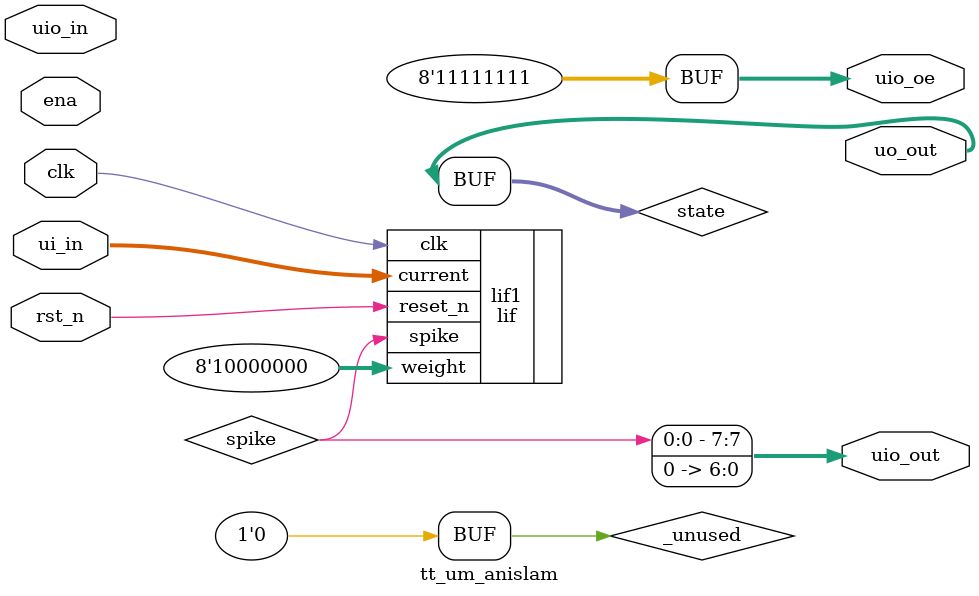
<source format=v>
/*
 * Copyright (c) 2024 Your Name
 * SPDX-License-Identifier: Apache-2.0
 */

`default_nettype none

module tt_um_anislam (
    input  wire [7:0] ui_in,    // Dedicated inputs
    output wire [7:0] uo_out,   // Dedicated outputs
    input  wire [7:0] uio_in,   // IOs: Input path
    output wire [7:0] uio_out,  // IOs: Output path
    output wire [7:0] uio_oe,   // IOs: Enable path (active high: 0=input, 1=output)
    input  wire       ena,      // always 1 when the design is powered, so you can ignore it
    input  wire       clk,      // clock
    input  wire       rst_n     // reset_n - low to reset
);

    wire spike;
    wire [7:0] state;

    // All output pins must be assigned. Assign unused uio_out bits to 0.
    assign uio_out[6:0] = 0;
    assign uio_oe = 8'hFF;  // Set all bits to 1 for output enable
    
    // List all unused inputs to prevent warnings
    wire _unused = &{ena, uio_in, 1'b0};

    // Instantiate the lif neuron module and connect outputs
    lif lif1 (
        .current(ui_in),
        .weight(8'd128),  // Use a fixed weight (or make it adjustable if needed)
        .clk(clk),
        .reset_n(rst_n),
        .spike(spike)
    );

    // Assign the spike to uio_out[7] and optionally state to uo_out
    assign uo_out = state;        // Assign state to dedicated output `uo_out`
    assign uio_out[7] = spike;    // Place spike on `uio_out[7]`

endmodule

</source>
